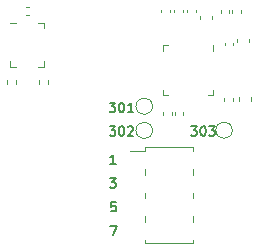
<source format=gto>
%TF.GenerationSoftware,KiCad,Pcbnew,7.99.0-1.20230926git54171ec.fc37*%
%TF.CreationDate,2023-10-10T18:57:34+01:00*%
%TF.ProjectId,bugg-mic-r5,62756767-2d6d-4696-932d-72352e6b6963,rev?*%
%TF.SameCoordinates,Original*%
%TF.FileFunction,Legend,Top*%
%TF.FilePolarity,Positive*%
%FSLAX46Y46*%
G04 Gerber Fmt 4.6, Leading zero omitted, Abs format (unit mm)*
G04 Created by KiCad (PCBNEW 7.99.0-1.20230926git54171ec.fc37) date 2023-10-10 18:57:34*
%MOMM*%
%LPD*%
G01*
G04 APERTURE LIST*
%ADD10C,0.150000*%
%ADD11C,0.120000*%
G04 APERTURE END LIST*
D10*
X13862969Y-6144295D02*
X14358207Y-6144295D01*
X14358207Y-6144295D02*
X14091541Y-6449057D01*
X14091541Y-6449057D02*
X14205826Y-6449057D01*
X14205826Y-6449057D02*
X14282017Y-6487152D01*
X14282017Y-6487152D02*
X14320112Y-6525247D01*
X14320112Y-6525247D02*
X14358207Y-6601438D01*
X14358207Y-6601438D02*
X14358207Y-6791914D01*
X14358207Y-6791914D02*
X14320112Y-6868104D01*
X14320112Y-6868104D02*
X14282017Y-6906200D01*
X14282017Y-6906200D02*
X14205826Y-6944295D01*
X14205826Y-6944295D02*
X13977255Y-6944295D01*
X13977255Y-6944295D02*
X13901064Y-6906200D01*
X13901064Y-6906200D02*
X13862969Y-6868104D01*
X14853446Y-6144295D02*
X14929636Y-6144295D01*
X14929636Y-6144295D02*
X15005827Y-6182390D01*
X15005827Y-6182390D02*
X15043922Y-6220485D01*
X15043922Y-6220485D02*
X15082017Y-6296676D01*
X15082017Y-6296676D02*
X15120112Y-6449057D01*
X15120112Y-6449057D02*
X15120112Y-6639533D01*
X15120112Y-6639533D02*
X15082017Y-6791914D01*
X15082017Y-6791914D02*
X15043922Y-6868104D01*
X15043922Y-6868104D02*
X15005827Y-6906200D01*
X15005827Y-6906200D02*
X14929636Y-6944295D01*
X14929636Y-6944295D02*
X14853446Y-6944295D01*
X14853446Y-6944295D02*
X14777255Y-6906200D01*
X14777255Y-6906200D02*
X14739160Y-6868104D01*
X14739160Y-6868104D02*
X14701065Y-6791914D01*
X14701065Y-6791914D02*
X14662969Y-6639533D01*
X14662969Y-6639533D02*
X14662969Y-6449057D01*
X14662969Y-6449057D02*
X14701065Y-6296676D01*
X14701065Y-6296676D02*
X14739160Y-6220485D01*
X14739160Y-6220485D02*
X14777255Y-6182390D01*
X14777255Y-6182390D02*
X14853446Y-6144295D01*
X15386779Y-6144295D02*
X15882017Y-6144295D01*
X15882017Y-6144295D02*
X15615351Y-6449057D01*
X15615351Y-6449057D02*
X15729636Y-6449057D01*
X15729636Y-6449057D02*
X15805827Y-6487152D01*
X15805827Y-6487152D02*
X15843922Y-6525247D01*
X15843922Y-6525247D02*
X15882017Y-6601438D01*
X15882017Y-6601438D02*
X15882017Y-6791914D01*
X15882017Y-6791914D02*
X15843922Y-6868104D01*
X15843922Y-6868104D02*
X15805827Y-6906200D01*
X15805827Y-6906200D02*
X15729636Y-6944295D01*
X15729636Y-6944295D02*
X15501065Y-6944295D01*
X15501065Y-6944295D02*
X15424874Y-6906200D01*
X15424874Y-6906200D02*
X15386779Y-6868104D01*
X7490476Y-12562295D02*
X7109524Y-12562295D01*
X7109524Y-12562295D02*
X7071428Y-12943247D01*
X7071428Y-12943247D02*
X7109524Y-12905152D01*
X7109524Y-12905152D02*
X7185714Y-12867057D01*
X7185714Y-12867057D02*
X7376190Y-12867057D01*
X7376190Y-12867057D02*
X7452381Y-12905152D01*
X7452381Y-12905152D02*
X7490476Y-12943247D01*
X7490476Y-12943247D02*
X7528571Y-13019438D01*
X7528571Y-13019438D02*
X7528571Y-13209914D01*
X7528571Y-13209914D02*
X7490476Y-13286104D01*
X7490476Y-13286104D02*
X7452381Y-13324200D01*
X7452381Y-13324200D02*
X7376190Y-13362295D01*
X7376190Y-13362295D02*
X7185714Y-13362295D01*
X7185714Y-13362295D02*
X7109524Y-13324200D01*
X7109524Y-13324200D02*
X7071428Y-13286104D01*
X7033333Y-14562295D02*
X7566667Y-14562295D01*
X7566667Y-14562295D02*
X7223809Y-15362295D01*
X6962969Y-4144295D02*
X7458207Y-4144295D01*
X7458207Y-4144295D02*
X7191541Y-4449057D01*
X7191541Y-4449057D02*
X7305826Y-4449057D01*
X7305826Y-4449057D02*
X7382017Y-4487152D01*
X7382017Y-4487152D02*
X7420112Y-4525247D01*
X7420112Y-4525247D02*
X7458207Y-4601438D01*
X7458207Y-4601438D02*
X7458207Y-4791914D01*
X7458207Y-4791914D02*
X7420112Y-4868104D01*
X7420112Y-4868104D02*
X7382017Y-4906200D01*
X7382017Y-4906200D02*
X7305826Y-4944295D01*
X7305826Y-4944295D02*
X7077255Y-4944295D01*
X7077255Y-4944295D02*
X7001064Y-4906200D01*
X7001064Y-4906200D02*
X6962969Y-4868104D01*
X7953446Y-4144295D02*
X8029636Y-4144295D01*
X8029636Y-4144295D02*
X8105827Y-4182390D01*
X8105827Y-4182390D02*
X8143922Y-4220485D01*
X8143922Y-4220485D02*
X8182017Y-4296676D01*
X8182017Y-4296676D02*
X8220112Y-4449057D01*
X8220112Y-4449057D02*
X8220112Y-4639533D01*
X8220112Y-4639533D02*
X8182017Y-4791914D01*
X8182017Y-4791914D02*
X8143922Y-4868104D01*
X8143922Y-4868104D02*
X8105827Y-4906200D01*
X8105827Y-4906200D02*
X8029636Y-4944295D01*
X8029636Y-4944295D02*
X7953446Y-4944295D01*
X7953446Y-4944295D02*
X7877255Y-4906200D01*
X7877255Y-4906200D02*
X7839160Y-4868104D01*
X7839160Y-4868104D02*
X7801065Y-4791914D01*
X7801065Y-4791914D02*
X7762969Y-4639533D01*
X7762969Y-4639533D02*
X7762969Y-4449057D01*
X7762969Y-4449057D02*
X7801065Y-4296676D01*
X7801065Y-4296676D02*
X7839160Y-4220485D01*
X7839160Y-4220485D02*
X7877255Y-4182390D01*
X7877255Y-4182390D02*
X7953446Y-4144295D01*
X8982017Y-4944295D02*
X8524874Y-4944295D01*
X8753446Y-4944295D02*
X8753446Y-4144295D01*
X8753446Y-4144295D02*
X8677255Y-4258580D01*
X8677255Y-4258580D02*
X8601065Y-4334771D01*
X8601065Y-4334771D02*
X8524874Y-4372866D01*
X6983333Y-10562295D02*
X7478571Y-10562295D01*
X7478571Y-10562295D02*
X7211905Y-10867057D01*
X7211905Y-10867057D02*
X7326190Y-10867057D01*
X7326190Y-10867057D02*
X7402381Y-10905152D01*
X7402381Y-10905152D02*
X7440476Y-10943247D01*
X7440476Y-10943247D02*
X7478571Y-11019438D01*
X7478571Y-11019438D02*
X7478571Y-11209914D01*
X7478571Y-11209914D02*
X7440476Y-11286104D01*
X7440476Y-11286104D02*
X7402381Y-11324200D01*
X7402381Y-11324200D02*
X7326190Y-11362295D01*
X7326190Y-11362295D02*
X7097619Y-11362295D01*
X7097619Y-11362295D02*
X7021428Y-11324200D01*
X7021428Y-11324200D02*
X6983333Y-11286104D01*
X6962969Y-6144295D02*
X7458207Y-6144295D01*
X7458207Y-6144295D02*
X7191541Y-6449057D01*
X7191541Y-6449057D02*
X7305826Y-6449057D01*
X7305826Y-6449057D02*
X7382017Y-6487152D01*
X7382017Y-6487152D02*
X7420112Y-6525247D01*
X7420112Y-6525247D02*
X7458207Y-6601438D01*
X7458207Y-6601438D02*
X7458207Y-6791914D01*
X7458207Y-6791914D02*
X7420112Y-6868104D01*
X7420112Y-6868104D02*
X7382017Y-6906200D01*
X7382017Y-6906200D02*
X7305826Y-6944295D01*
X7305826Y-6944295D02*
X7077255Y-6944295D01*
X7077255Y-6944295D02*
X7001064Y-6906200D01*
X7001064Y-6906200D02*
X6962969Y-6868104D01*
X7953446Y-6144295D02*
X8029636Y-6144295D01*
X8029636Y-6144295D02*
X8105827Y-6182390D01*
X8105827Y-6182390D02*
X8143922Y-6220485D01*
X8143922Y-6220485D02*
X8182017Y-6296676D01*
X8182017Y-6296676D02*
X8220112Y-6449057D01*
X8220112Y-6449057D02*
X8220112Y-6639533D01*
X8220112Y-6639533D02*
X8182017Y-6791914D01*
X8182017Y-6791914D02*
X8143922Y-6868104D01*
X8143922Y-6868104D02*
X8105827Y-6906200D01*
X8105827Y-6906200D02*
X8029636Y-6944295D01*
X8029636Y-6944295D02*
X7953446Y-6944295D01*
X7953446Y-6944295D02*
X7877255Y-6906200D01*
X7877255Y-6906200D02*
X7839160Y-6868104D01*
X7839160Y-6868104D02*
X7801065Y-6791914D01*
X7801065Y-6791914D02*
X7762969Y-6639533D01*
X7762969Y-6639533D02*
X7762969Y-6449057D01*
X7762969Y-6449057D02*
X7801065Y-6296676D01*
X7801065Y-6296676D02*
X7839160Y-6220485D01*
X7839160Y-6220485D02*
X7877255Y-6182390D01*
X7877255Y-6182390D02*
X7953446Y-6144295D01*
X8524874Y-6220485D02*
X8562970Y-6182390D01*
X8562970Y-6182390D02*
X8639160Y-6144295D01*
X8639160Y-6144295D02*
X8829636Y-6144295D01*
X8829636Y-6144295D02*
X8905827Y-6182390D01*
X8905827Y-6182390D02*
X8943922Y-6220485D01*
X8943922Y-6220485D02*
X8982017Y-6296676D01*
X8982017Y-6296676D02*
X8982017Y-6372866D01*
X8982017Y-6372866D02*
X8943922Y-6487152D01*
X8943922Y-6487152D02*
X8486779Y-6944295D01*
X8486779Y-6944295D02*
X8982017Y-6944295D01*
X7478571Y-9362295D02*
X7021428Y-9362295D01*
X7250000Y-9362295D02*
X7250000Y-8562295D01*
X7250000Y-8562295D02*
X7173809Y-8676580D01*
X7173809Y-8676580D02*
X7097619Y-8752771D01*
X7097619Y-8752771D02*
X7021428Y-8790866D01*
D11*
%TO.C,C303*%
X12440000Y3707836D02*
X12440000Y3492164D01*
X13160000Y3707836D02*
X13160000Y3492164D01*
%TO.C,C309*%
X16740000Y932836D02*
X16740000Y717164D01*
X17460000Y932836D02*
X17460000Y717164D01*
%TO.C,TP303*%
X17360284Y-6485377D02*
G75*
G02*
X17360284Y-6485377I-700000J0D01*
G01*
%TO.C,C304*%
X14650000Y3200580D02*
X14650000Y2919420D01*
X15670000Y3200580D02*
X15670000Y2919420D01*
%TO.C,C311*%
X16690000Y-3792164D02*
X16690000Y-4007836D01*
X17410000Y-3792164D02*
X17410000Y-4007836D01*
%TO.C,TP302*%
X10600000Y-6500000D02*
G75*
G02*
X10600000Y-6500000I-700000J0D01*
G01*
%TO.C,C310*%
X17890000Y-3709420D02*
X17890000Y-3990580D01*
X18910000Y-3709420D02*
X18910000Y-3990580D01*
%TO.C,C312*%
X12490000Y-5157836D02*
X12490000Y-4942164D01*
X13210000Y-5157836D02*
X13210000Y-4942164D01*
%TO.C,C307*%
X16400000Y3692836D02*
X16400000Y3477164D01*
X17120000Y3692836D02*
X17120000Y3477164D01*
%TO.C,R302*%
X1020000Y-2246359D02*
X1020000Y-2553641D01*
X1780000Y-2246359D02*
X1780000Y-2553641D01*
%TO.C,J301*%
X8685000Y-8240000D02*
X9940000Y-8240000D01*
X9940000Y-7940000D02*
X9940000Y-8240000D01*
X9940000Y-7940000D02*
X14060000Y-7940000D01*
X9940000Y-9760000D02*
X9940000Y-10240000D01*
X9940000Y-11760000D02*
X9940000Y-12240000D01*
X9940000Y-13760000D02*
X9940000Y-14240000D01*
X9940000Y-15760000D02*
X9940000Y-16060000D01*
X9940000Y-16060000D02*
X14060000Y-16060000D01*
X14060000Y-7940000D02*
X14060000Y-8240000D01*
X14060000Y-9760000D02*
X14060000Y-10240000D01*
X14060000Y-11760000D02*
X14060000Y-12240000D01*
X14060000Y-13760000D02*
X14060000Y-14240000D01*
X14060000Y-15760000D02*
X14060000Y-16060000D01*
%TO.C,R301*%
X-1730000Y-2246359D02*
X-1730000Y-2553641D01*
X-970000Y-2246359D02*
X-970000Y-2553641D01*
%TO.C,U301*%
X11490000Y710000D02*
X11940000Y710000D01*
X11490000Y260000D02*
X11490000Y710000D01*
X11490000Y-3060000D02*
X11490000Y-3510000D01*
X11490000Y-3510000D02*
X11940000Y-3510000D01*
X15710000Y260000D02*
X15710000Y710000D01*
X15710000Y-3060000D02*
X15710000Y-3510000D01*
X15710000Y-3510000D02*
X15260000Y-3510000D01*
%TO.C,C306*%
X17340000Y3692836D02*
X17340000Y3477164D01*
X18060000Y3692836D02*
X18060000Y3477164D01*
%TO.C,C302*%
X11340000Y3707836D02*
X11340000Y3492164D01*
X12060000Y3707836D02*
X12060000Y3492164D01*
%TO.C,MIC301*%
X-1440000Y-590000D02*
X-1440000Y-1090000D01*
X-940000Y2630000D02*
X-1440000Y2630000D01*
X-940000Y-1090000D02*
X-1440000Y-1090000D01*
X1440000Y2630000D02*
X940000Y2630000D01*
X1440000Y2630000D02*
X1440000Y2130000D01*
X1440000Y-590000D02*
X1440000Y-1090000D01*
X1440000Y-1090000D02*
X940000Y-1090000D01*
%TO.C,R303*%
X11520000Y-4921359D02*
X11520000Y-5228641D01*
X12280000Y-4921359D02*
X12280000Y-5228641D01*
%TO.C,TP301*%
X10600000Y-4450000D02*
G75*
G02*
X10600000Y-4450000I-700000J0D01*
G01*
%TO.C,C308*%
X17790000Y1265580D02*
X17790000Y984420D01*
X18810000Y1265580D02*
X18810000Y984420D01*
%TO.C,C305*%
X13565000Y3707836D02*
X13565000Y3492164D01*
X14285000Y3707836D02*
X14285000Y3492164D01*
%TO.C,C301*%
X107836Y3960000D02*
X-107836Y3960000D01*
X107836Y3240000D02*
X-107836Y3240000D01*
%TD*%
M02*

</source>
